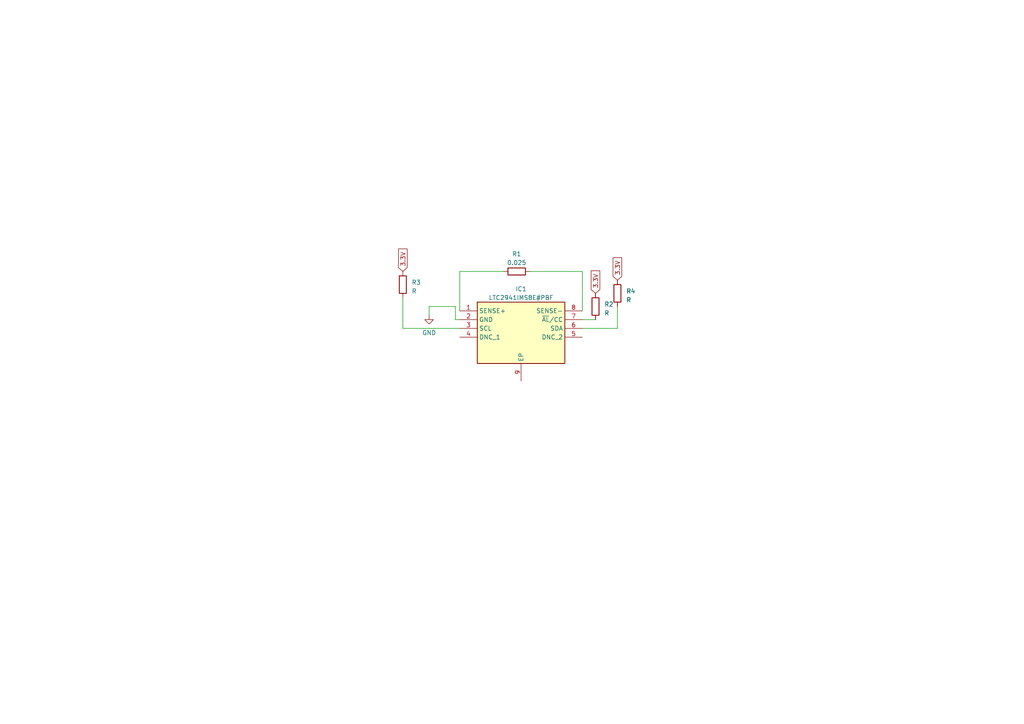
<source format=kicad_sch>
(kicad_sch (version 20230121) (generator eeschema)
  (paper "A4")
  (lib_symbols
    (symbol "Device:R" (pin_numbers hide) (pin_names (offset 0))
      (property "Reference" "R" (at 2.032 0 90))
      (property "Value" "R" (at 0 0 90))
      (symbol "R_0_1"
        (rectangle (start -1.016 -2.54) (end 1.016 2.54) (stroke (width 0.254)))
      )
      (symbol "R_1_1"
        (pin passive line (at 0 3.81 270) (length 1.27) (name "~") (number "1"))
        (pin passive line (at 0 -3.81 90) (length 1.27) (name "~") (number "2"))
      )
    )
    (symbol "LTC2941IMS8E#PBF:LTC2941IMS8E#PBF"
      (property "Reference" "IC" (at 31.75 7.62 0))
      (property "Value" "LTC2941IMS8E#PBF" (at 31.75 5.08 0))
      (symbol "LTC2941IMS8E#PBF_1_1"
        (rectangle (start 5.08 2.54) (end 30.48 -15.24) (stroke (width 0.254)) (fill (type background)))
        (pin passive line (at 0 0 0) (length 5.08) (name "SENSE+") (number "1"))
        (pin passive line (at 0 -2.54 0) (length 5.08) (name "GND") (number "2"))
        (pin passive line (at 0 -5.08 0) (length 5.08) (name "SCL") (number "3"))
        (pin passive line (at 0 -7.62 0) (length 5.08) (name "DNC_1") (number "4"))
        (pin passive line (at 35.56 -7.62 180) (length 5.08) (name "DNC_2") (number "5"))
        (pin passive line (at 35.56 -5.08 180) (length 5.08) (name "SDA") (number "6"))
        (pin passive line (at 35.56 -2.54 180) (length 5.08) (name "~{AL}/CC") (number "7"))
        (pin passive line (at 35.56 0 180) (length 5.08) (name "SENSE-") (number "8"))
        (pin passive line (at 17.78 -20.32 90) (length 5.08) (name "EP") (number "9"))
      )
    )
    (symbol "power:GND" (power) (pin_names (offset 0))
      (property "Value" "GND" (at 0 -3.81 0))
      (symbol "GND_0_1"
        (polyline (pts (xy 0 0) (xy 0 -1.27) (xy 1.27 -1.27) (xy 0 -2.54) (xy -1.27 -1.27) (xy 0 -1.27)))
      )
      (symbol "GND_1_1"
        (pin power_in line (at 0 0 270) (length 0) hide (name "GND") (number "1"))
      )
    )
  )
  (wire (pts (xy 168.91 78.74) (xy 168.91 90.17)))
  (wire (pts (xy 168.91 95.25) (xy 179.07 95.25)))
  (wire (pts (xy 132.08 88.9) (xy 124.46 88.9)))
  (wire (pts (xy 133.35 92.71) (xy 132.08 92.71)))
  (wire (pts (xy 172.72 92.71) (xy 168.91 92.71)))
  (wire (pts (xy 116.84 95.25) (xy 133.35 95.25)))
  (wire (pts (xy 153.67 78.74) (xy 168.91 78.74)))
  (wire (pts (xy 133.35 90.17) (xy 133.35 78.74)))
  (wire (pts (xy 132.08 92.71) (xy 132.08 88.9)))
  (wire (pts (xy 116.84 86.36) (xy 116.84 95.25)))
  (wire (pts (xy 133.35 78.74) (xy 146.05 78.74)))
  (wire (pts (xy 124.46 88.9) (xy 124.46 91.44)))
  (wire (pts (xy 179.07 95.25) (xy 179.07 88.9)))
  (global_label "3.3V" (shape input) (at 172.72 85.09 90) (property "Intersheetrefs" "${INTERSHEET_REFS}" (effects hide)))
  (global_label "3.3V" (shape input) (at 179.07 81.28 90) (property "Intersheetrefs" "${INTERSHEET_REFS}" (effects hide)))
  (global_label "3.3V" (shape input) (at 116.84 78.74 90) (property "Intersheetrefs" "${INTERSHEET_REFS}" (effects hide)))
  (symbol (lib_id "LTC2941IMS8E#PBF:LTC2941IMS8E#PBF") (at 133.35 90.17 0) (unit 1)
    (property "Reference" "IC1" (at 151.13 83.82 0))
    (property "Value" "LTC2941IMS8E#PBF" (at 151.13 86.36 0))
    (property "Footprint" "Fuelguage ltc:SOP65P490X110-9N" (effects hide))
    (property "Datasheet" "https://www.analog.com/media/en/technical-documentation/data-sheets/LTC2941.pdf" (effects hide))
    (property "Height" "1.1" (effects hide))
    (property "Mouser Part Number" "584-LTC2941IMS8E#PBF" (effects hide))
    (property "Mouser Price/Stock" "https://www.mouser.co.uk/ProductDetail/Analog-Devices/LTC2941IMS8EPBF?qs=oahfZPh6IAJahdfWWPa3Zw%3D%3D" (effects hide))
    (property "Manufacturer_Name" "Analog Devices" (effects hide))
    (property "Manufacturer_Part_Number" "LTC2941IMS8E#PBF" (effects hide))
  )
  (symbol (lib_id "Device:R") (at 179.07 85.09 0) (unit 1)
    (property "Reference" "R4" (at 181.61 84.455 0) (effects (justify left)))
    (property "Value" "R" (at 181.61 86.995 0) (effects (justify left)))
    (property "Footprint" "2.2k:RESC2012X65N" (effects hide))
  )
  (symbol (lib_id "Device:R") (at 149.86 78.74 90) (unit 1)
    (property "Reference" "R1" (at 149.86 73.66 90))
    (property "Value" "0.025" (at 149.86 76.2 90))
    (property "Footprint" "RST 0.025:CRA2512-FZ-R025ELF" (effects hide))
  )
  (symbol (lib_id "power:GND") (at 124.46 91.44 0) (unit 1)
    (property "Reference" "#PWR01" (effects hide))
    (property "Value" "GND" (at 124.46 96.52 0))
  )
  (symbol (lib_id "Device:R") (at 116.84 82.55 180) (unit 1)
    (property "Reference" "R3" (at 119.38 81.915 0) (effects (justify right)))
    (property "Value" "R" (at 119.38 84.455 0) (effects (justify right)))
    (property "Footprint" "2.2k:RESC2012X65N" (effects hide))
  )
  (symbol (lib_id "Device:R") (at 172.72 88.9 0) (unit 1)
    (property "Reference" "R2" (at 175.26 88.265 0) (effects (justify left)))
    (property "Value" "R" (at 175.26 90.805 0) (effects (justify left)))
    (property "Footprint" "2.2k:RESC2012X65N" (effects hide))
  )
)
</source>
